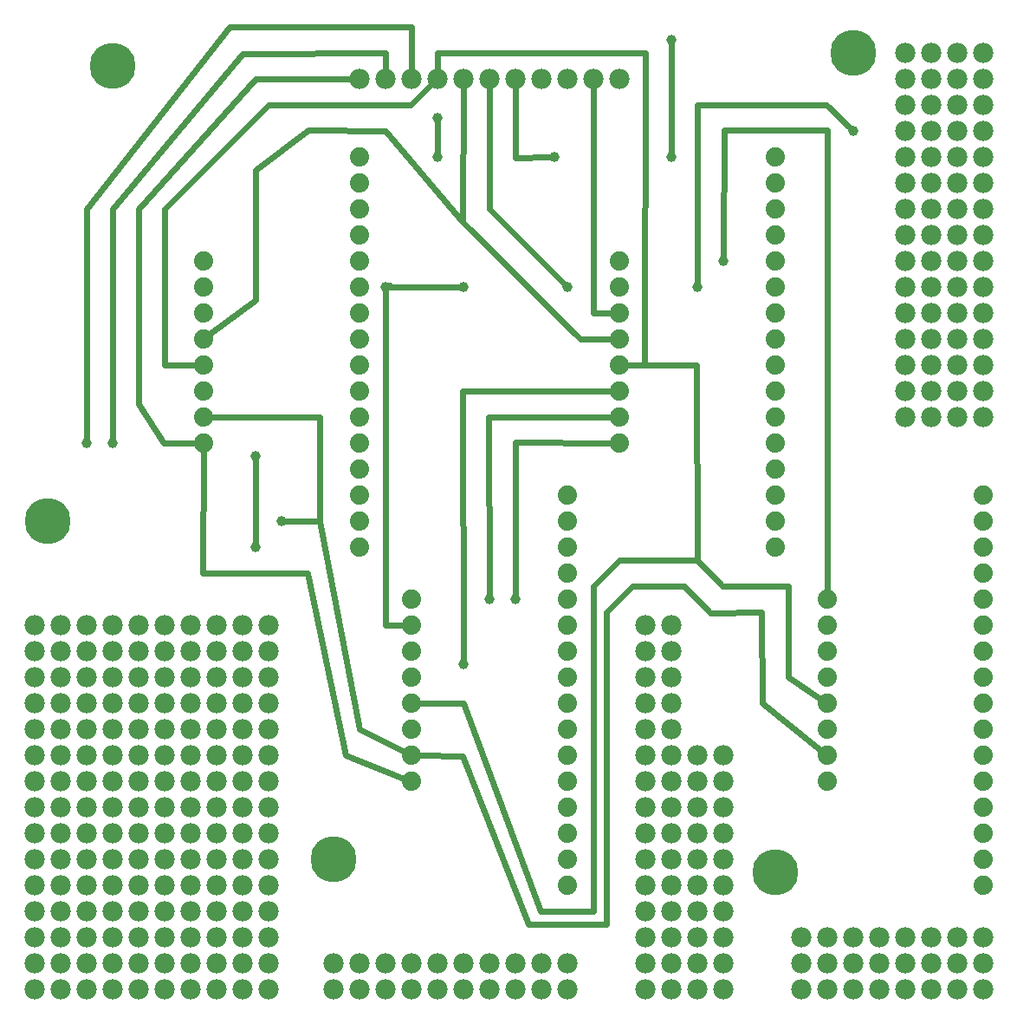
<source format=gtl>
G04 MADE WITH FRITZING*
G04 WWW.FRITZING.ORG*
G04 DOUBLE SIDED*
G04 HOLES PLATED*
G04 CONTOUR ON CENTER OF CONTOUR VECTOR*
%ASAXBY*%
%FSLAX23Y23*%
%MOIN*%
%OFA0B0*%
%SFA1.0B1.0*%
%ADD10C,0.078000*%
%ADD11C,0.074000*%
%ADD12C,0.039370*%
%ADD13C,0.177165*%
%ADD14C,0.024000*%
%LNCOPPER1*%
G90*
G70*
G54D10*
X1398Y3636D03*
X1498Y3636D03*
X1598Y3636D03*
X1698Y3636D03*
X1798Y3636D03*
X1898Y3636D03*
X1998Y3636D03*
X2098Y3636D03*
X2198Y3636D03*
X2298Y3636D03*
X2398Y3636D03*
G54D11*
X1398Y3336D03*
X1398Y3236D03*
X1398Y3136D03*
X1398Y3036D03*
X1398Y2936D03*
X1398Y2836D03*
X1398Y2736D03*
X1398Y2636D03*
X1398Y2536D03*
X1398Y2436D03*
X1398Y2336D03*
X1398Y2236D03*
X1398Y2136D03*
X1398Y2036D03*
X1398Y1936D03*
X1398Y1836D03*
X798Y2936D03*
X798Y2836D03*
X798Y2736D03*
X798Y2636D03*
X798Y2536D03*
X798Y2436D03*
X798Y2336D03*
X798Y2236D03*
X2198Y2036D03*
X2198Y1936D03*
X2198Y1836D03*
X2198Y1736D03*
X2198Y1636D03*
X2198Y1536D03*
X2198Y1436D03*
X2198Y1336D03*
X2198Y1236D03*
X2198Y1136D03*
X2198Y1036D03*
X2198Y936D03*
X2198Y836D03*
X2198Y736D03*
X2198Y636D03*
X2198Y536D03*
X1598Y1636D03*
X1598Y1536D03*
X1598Y1436D03*
X1598Y1336D03*
X1598Y1236D03*
X1598Y1136D03*
X1598Y1036D03*
X1598Y936D03*
X2998Y3336D03*
X2998Y3236D03*
X2998Y3136D03*
X2998Y3036D03*
X2998Y2936D03*
X2998Y2836D03*
X2998Y2736D03*
X2998Y2636D03*
X2998Y2536D03*
X2998Y2436D03*
X2998Y2336D03*
X2998Y2236D03*
X2998Y2136D03*
X2998Y2036D03*
X2998Y1936D03*
X2998Y1836D03*
X2398Y2936D03*
X2398Y2836D03*
X2398Y2736D03*
X2398Y2636D03*
X2398Y2536D03*
X2398Y2436D03*
X2398Y2336D03*
X2398Y2236D03*
G54D12*
X2198Y2836D03*
X1698Y3486D03*
X1698Y3336D03*
X1498Y2836D03*
X1798Y2836D03*
X3298Y3436D03*
X2698Y2836D03*
X2148Y3336D03*
X2598Y3786D03*
X2598Y3336D03*
X2798Y2936D03*
X1998Y1636D03*
X1098Y1936D03*
X448Y2236D03*
X1898Y1636D03*
X998Y2186D03*
X998Y1836D03*
X348Y2236D03*
X1798Y1386D03*
G54D10*
X348Y1536D03*
X348Y1436D03*
X348Y1336D03*
X348Y1236D03*
X348Y1136D03*
X348Y1036D03*
X348Y936D03*
X348Y836D03*
X348Y736D03*
X348Y636D03*
X348Y536D03*
X348Y436D03*
X348Y336D03*
X348Y236D03*
X348Y136D03*
X348Y1536D03*
X348Y1436D03*
X348Y1336D03*
X348Y1236D03*
X348Y1136D03*
X348Y1036D03*
X348Y936D03*
X348Y836D03*
X348Y736D03*
X348Y636D03*
X348Y536D03*
X348Y436D03*
X348Y336D03*
X348Y236D03*
X348Y136D03*
X448Y136D03*
X448Y236D03*
X448Y336D03*
X448Y436D03*
X448Y536D03*
X448Y636D03*
X448Y736D03*
X448Y836D03*
X448Y936D03*
X448Y1036D03*
X448Y1136D03*
X448Y1236D03*
X448Y1336D03*
X448Y1436D03*
X448Y1536D03*
X548Y1536D03*
X548Y1436D03*
X548Y1336D03*
X548Y1236D03*
X548Y1136D03*
X548Y1036D03*
X548Y936D03*
X548Y836D03*
X548Y736D03*
X548Y636D03*
X548Y536D03*
X548Y436D03*
X548Y336D03*
X548Y236D03*
X548Y136D03*
X548Y1536D03*
X548Y1436D03*
X548Y1336D03*
X548Y1236D03*
X548Y1136D03*
X548Y1036D03*
X548Y936D03*
X548Y836D03*
X548Y736D03*
X548Y636D03*
X548Y536D03*
X548Y436D03*
X548Y336D03*
X548Y236D03*
X548Y136D03*
X648Y136D03*
X648Y236D03*
X648Y336D03*
X648Y436D03*
X648Y536D03*
X648Y636D03*
X648Y736D03*
X648Y836D03*
X648Y936D03*
X648Y1036D03*
X648Y1136D03*
X648Y1236D03*
X648Y1336D03*
X648Y1436D03*
X648Y1536D03*
X748Y1536D03*
X748Y1436D03*
X748Y1336D03*
X748Y1236D03*
X748Y1136D03*
X748Y1036D03*
X748Y936D03*
X748Y836D03*
X748Y736D03*
X748Y636D03*
X748Y536D03*
X748Y436D03*
X748Y336D03*
X748Y236D03*
X748Y136D03*
X748Y1536D03*
X748Y1436D03*
X748Y1336D03*
X748Y1236D03*
X748Y1136D03*
X748Y1036D03*
X748Y936D03*
X748Y836D03*
X748Y736D03*
X748Y636D03*
X748Y536D03*
X748Y436D03*
X748Y336D03*
X748Y236D03*
X748Y136D03*
X848Y136D03*
X848Y236D03*
X848Y336D03*
X848Y436D03*
X848Y536D03*
X848Y636D03*
X848Y736D03*
X848Y836D03*
X848Y936D03*
X848Y1036D03*
X848Y1136D03*
X848Y1236D03*
X848Y1336D03*
X848Y1436D03*
X848Y1536D03*
X948Y1536D03*
X948Y1436D03*
X948Y1336D03*
X948Y1236D03*
X948Y1136D03*
X948Y1036D03*
X948Y936D03*
X948Y836D03*
X948Y736D03*
X948Y636D03*
X948Y536D03*
X948Y436D03*
X948Y336D03*
X948Y236D03*
X948Y136D03*
X948Y1536D03*
X948Y1436D03*
X948Y1336D03*
X948Y1236D03*
X948Y1136D03*
X948Y1036D03*
X948Y936D03*
X948Y836D03*
X948Y736D03*
X948Y636D03*
X948Y536D03*
X948Y436D03*
X948Y336D03*
X948Y236D03*
X948Y136D03*
X1048Y136D03*
X1048Y236D03*
X1048Y336D03*
X1048Y436D03*
X1048Y536D03*
X1048Y636D03*
X1048Y736D03*
X1048Y836D03*
X1048Y936D03*
X1048Y1036D03*
X1048Y1136D03*
X1048Y1236D03*
X1048Y1336D03*
X1048Y1436D03*
X1048Y1536D03*
X148Y1536D03*
X148Y1436D03*
X148Y1336D03*
X148Y1236D03*
X148Y1136D03*
X148Y1036D03*
X148Y936D03*
X148Y836D03*
X148Y736D03*
X148Y636D03*
X148Y536D03*
X148Y436D03*
X148Y336D03*
X148Y236D03*
X148Y136D03*
X148Y1536D03*
X148Y1436D03*
X148Y1336D03*
X148Y1236D03*
X148Y1136D03*
X148Y1036D03*
X148Y936D03*
X148Y836D03*
X148Y736D03*
X148Y636D03*
X148Y536D03*
X148Y436D03*
X148Y336D03*
X148Y236D03*
X148Y136D03*
X248Y136D03*
X248Y236D03*
X248Y336D03*
X248Y436D03*
X248Y536D03*
X248Y636D03*
X248Y736D03*
X248Y836D03*
X248Y936D03*
X248Y1036D03*
X248Y1136D03*
X248Y1236D03*
X248Y1336D03*
X248Y1436D03*
X248Y1536D03*
G54D11*
X3798Y2036D03*
X3798Y1936D03*
X3798Y1836D03*
X3798Y1736D03*
X3798Y1636D03*
X3798Y1536D03*
X3798Y1436D03*
X3798Y1336D03*
X3798Y1236D03*
X3798Y1136D03*
X3798Y1036D03*
X3798Y936D03*
X3798Y836D03*
X3798Y736D03*
X3798Y636D03*
X3798Y536D03*
X3198Y1636D03*
X3198Y1536D03*
X3198Y1436D03*
X3198Y1336D03*
X3198Y1236D03*
X3198Y1136D03*
X3198Y1036D03*
X3198Y936D03*
G54D13*
X1298Y636D03*
X198Y1936D03*
G54D10*
X2698Y1036D03*
X2698Y936D03*
X2698Y836D03*
X2698Y736D03*
X2698Y636D03*
X2698Y536D03*
X2698Y436D03*
X2698Y336D03*
X2698Y236D03*
X2698Y136D03*
X2698Y1036D03*
X2698Y936D03*
X2698Y836D03*
X2698Y736D03*
X2698Y636D03*
X2698Y536D03*
X2698Y436D03*
X2698Y336D03*
X2698Y236D03*
X2698Y136D03*
X2798Y136D03*
X2798Y236D03*
X2798Y336D03*
X2798Y436D03*
X2798Y536D03*
X2798Y636D03*
X2798Y736D03*
X2798Y836D03*
X2798Y936D03*
X2798Y1036D03*
X2498Y1536D03*
X2498Y1436D03*
X2498Y1336D03*
X2498Y1236D03*
X2498Y1136D03*
X2498Y1036D03*
X2498Y936D03*
X2498Y836D03*
X2498Y736D03*
X2498Y636D03*
X2498Y536D03*
X2498Y436D03*
X2498Y336D03*
X2498Y236D03*
X2498Y136D03*
X2498Y1536D03*
X2498Y1436D03*
X2498Y1336D03*
X2498Y1236D03*
X2498Y1136D03*
X2498Y1036D03*
X2498Y936D03*
X2498Y836D03*
X2498Y736D03*
X2498Y636D03*
X2498Y536D03*
X2498Y436D03*
X2498Y336D03*
X2498Y236D03*
X2498Y136D03*
X2598Y136D03*
X2598Y236D03*
X2598Y336D03*
X2598Y436D03*
X2598Y536D03*
X2598Y636D03*
X2598Y736D03*
X2598Y836D03*
X2598Y936D03*
X2598Y1036D03*
X2598Y1136D03*
X2598Y1236D03*
X2598Y1336D03*
X2598Y1436D03*
X2598Y1536D03*
X3098Y236D03*
X3198Y236D03*
X3298Y236D03*
X3398Y236D03*
X3498Y236D03*
X3598Y236D03*
X3698Y236D03*
X3798Y236D03*
X3098Y236D03*
X3198Y236D03*
X3298Y236D03*
X3398Y236D03*
X3498Y236D03*
X3598Y236D03*
X3698Y236D03*
X3798Y236D03*
X3798Y136D03*
X3698Y136D03*
X3598Y136D03*
X3498Y136D03*
X3398Y136D03*
X3298Y136D03*
X3198Y136D03*
X3098Y136D03*
X3098Y236D03*
X3198Y236D03*
X3298Y236D03*
X3398Y236D03*
X3498Y236D03*
X3598Y236D03*
X3698Y236D03*
X3798Y236D03*
X3098Y236D03*
X3198Y236D03*
X3298Y236D03*
X3398Y236D03*
X3498Y236D03*
X3598Y236D03*
X3698Y236D03*
X3798Y236D03*
X3798Y136D03*
X3698Y136D03*
X3598Y136D03*
X3498Y136D03*
X3398Y136D03*
X3298Y136D03*
X3198Y136D03*
X3098Y136D03*
X1298Y136D03*
X1398Y136D03*
X1498Y136D03*
X1598Y136D03*
X1698Y136D03*
X1798Y136D03*
X1898Y136D03*
X1998Y136D03*
X2098Y136D03*
X2198Y136D03*
X1298Y136D03*
X1398Y136D03*
X1498Y136D03*
X1598Y136D03*
X1698Y136D03*
X1798Y136D03*
X1898Y136D03*
X1998Y136D03*
X2098Y136D03*
X2198Y136D03*
X2198Y236D03*
X2098Y236D03*
X1998Y236D03*
X1898Y236D03*
X1798Y236D03*
X1698Y236D03*
X1598Y236D03*
X1498Y236D03*
X1398Y236D03*
X1298Y236D03*
X3098Y336D03*
X3198Y336D03*
X3298Y336D03*
X3398Y336D03*
X3498Y336D03*
X3598Y336D03*
X3698Y336D03*
X3798Y336D03*
X3098Y336D03*
X3198Y336D03*
X3298Y336D03*
X3398Y336D03*
X3498Y336D03*
X3598Y336D03*
X3698Y336D03*
X3798Y336D03*
X3498Y3736D03*
X3498Y3636D03*
X3498Y3536D03*
X3498Y3436D03*
X3498Y3336D03*
X3498Y3236D03*
X3498Y3136D03*
X3498Y3036D03*
X3498Y2936D03*
X3498Y2836D03*
X3498Y2736D03*
X3498Y2636D03*
X3498Y2536D03*
X3498Y2436D03*
X3498Y2336D03*
X3498Y3736D03*
X3498Y3636D03*
X3498Y3536D03*
X3498Y3436D03*
X3498Y3336D03*
X3498Y3236D03*
X3498Y3136D03*
X3498Y3036D03*
X3498Y2936D03*
X3498Y2836D03*
X3498Y2736D03*
X3498Y2636D03*
X3498Y2536D03*
X3498Y2436D03*
X3498Y2336D03*
X3598Y2336D03*
X3598Y2436D03*
X3598Y2536D03*
X3598Y2636D03*
X3598Y2736D03*
X3598Y2836D03*
X3598Y2936D03*
X3598Y3036D03*
X3598Y3136D03*
X3598Y3236D03*
X3598Y3336D03*
X3598Y3436D03*
X3598Y3536D03*
X3598Y3636D03*
X3598Y3736D03*
X3698Y3736D03*
X3698Y3636D03*
X3698Y3536D03*
X3698Y3436D03*
X3698Y3336D03*
X3698Y3236D03*
X3698Y3136D03*
X3698Y3036D03*
X3698Y2936D03*
X3698Y2836D03*
X3698Y2736D03*
X3698Y2636D03*
X3698Y2536D03*
X3698Y2436D03*
X3698Y2336D03*
X3698Y3736D03*
X3698Y3636D03*
X3698Y3536D03*
X3698Y3436D03*
X3698Y3336D03*
X3698Y3236D03*
X3698Y3136D03*
X3698Y3036D03*
X3698Y2936D03*
X3698Y2836D03*
X3698Y2736D03*
X3698Y2636D03*
X3698Y2536D03*
X3698Y2436D03*
X3698Y2336D03*
X3798Y2336D03*
X3798Y2436D03*
X3798Y2536D03*
X3798Y2636D03*
X3798Y2736D03*
X3798Y2836D03*
X3798Y2936D03*
X3798Y3036D03*
X3798Y3136D03*
X3798Y3236D03*
X3798Y3336D03*
X3798Y3436D03*
X3798Y3536D03*
X3798Y3636D03*
X3798Y3736D03*
G54D13*
X2998Y586D03*
X448Y3686D03*
X3298Y3736D03*
G54D14*
X2298Y3606D02*
X2298Y2736D01*
D02*
X2298Y2736D02*
X2367Y2736D01*
D02*
X1798Y3606D02*
X1796Y3087D01*
D02*
X1796Y3087D02*
X2250Y2636D01*
D02*
X2250Y2636D02*
X2367Y2636D01*
D02*
X999Y2788D02*
X999Y3285D01*
D02*
X823Y2655D02*
X999Y2788D01*
D02*
X1201Y3439D02*
X1499Y3436D01*
D02*
X999Y3285D02*
X1201Y3439D01*
D02*
X1499Y3436D02*
X1796Y3087D01*
D02*
X1698Y3666D02*
X1699Y3736D01*
D02*
X1699Y3736D02*
X2498Y3736D01*
D02*
X2498Y3736D02*
X2497Y2537D01*
D02*
X2497Y2537D02*
X2449Y2537D01*
D02*
X2449Y2537D02*
X2429Y2537D01*
D02*
X767Y2536D02*
X648Y2536D01*
D02*
X648Y2536D02*
X648Y3137D01*
D02*
X648Y3137D02*
X1048Y3537D01*
D02*
X1048Y3537D02*
X1597Y3536D01*
D02*
X1597Y3536D02*
X1677Y3615D01*
D02*
X3173Y1253D02*
X3049Y1337D01*
D02*
X2797Y1688D02*
X2699Y1788D01*
D02*
X3049Y1688D02*
X2797Y1688D01*
D02*
X3049Y1337D02*
X3049Y1688D01*
D02*
X2699Y1788D02*
X2697Y2537D01*
D02*
X2697Y2537D02*
X2429Y2536D01*
D02*
X1629Y1236D02*
X1800Y1237D01*
D02*
X1800Y1237D02*
X2097Y435D01*
D02*
X2097Y435D02*
X2300Y435D01*
D02*
X2299Y1687D02*
X2398Y1786D01*
D02*
X2398Y1786D02*
X2699Y1788D01*
D02*
X2300Y435D02*
X2299Y1687D01*
D02*
X1898Y3606D02*
X1898Y3137D01*
D02*
X1898Y3137D02*
X2185Y2849D01*
D02*
X1698Y3467D02*
X1698Y3355D01*
D02*
X1516Y2842D02*
X1499Y2836D01*
D02*
X1499Y2836D02*
X1779Y2836D01*
D02*
X3197Y3537D02*
X2698Y3536D01*
D02*
X3285Y3449D02*
X3197Y3537D01*
D02*
X2698Y3536D02*
X2698Y2855D01*
D02*
X1499Y1536D02*
X1499Y2836D01*
D02*
X1567Y1536D02*
X1499Y1536D01*
D02*
X1998Y3334D02*
X1998Y3606D01*
D02*
X2129Y3336D02*
X1998Y3334D01*
D02*
X2598Y3767D02*
X2598Y3355D01*
D02*
X3198Y1667D02*
X3199Y3439D01*
D02*
X3199Y3439D02*
X2802Y3439D01*
D02*
X2802Y3439D02*
X2798Y2955D01*
D02*
X767Y2236D02*
X647Y2235D01*
D02*
X647Y2235D02*
X549Y2385D01*
D02*
X549Y2385D02*
X550Y3137D01*
D02*
X550Y3137D02*
X999Y3635D01*
D02*
X999Y3635D02*
X1368Y3636D01*
D02*
X1347Y1037D02*
X1199Y1735D01*
D02*
X1199Y1735D02*
X797Y1736D01*
D02*
X1569Y948D02*
X1347Y1037D01*
D02*
X797Y1736D02*
X798Y2205D01*
D02*
X2367Y2236D02*
X2000Y2239D01*
D02*
X2000Y2239D02*
X1998Y1655D01*
D02*
X829Y2336D02*
X1247Y2336D01*
D02*
X1247Y2336D02*
X1247Y1936D01*
D02*
X1247Y1936D02*
X1117Y1936D01*
D02*
X448Y2255D02*
X448Y3137D01*
D02*
X448Y3137D02*
X950Y3734D01*
D02*
X950Y3734D02*
X1499Y3736D01*
D02*
X1499Y3736D02*
X1498Y3666D01*
D02*
X1571Y1050D02*
X1398Y1136D01*
D02*
X1398Y1136D02*
X1247Y1936D01*
D02*
X2367Y2336D02*
X1897Y2335D01*
D02*
X1897Y2335D02*
X1898Y1655D01*
D02*
X2450Y1688D02*
X2349Y1585D01*
D02*
X2650Y1688D02*
X2450Y1688D01*
D02*
X2750Y1584D02*
X2650Y1688D01*
D02*
X2949Y1237D02*
X2947Y1585D01*
D02*
X3174Y1056D02*
X2949Y1237D01*
D02*
X2349Y1585D02*
X2349Y386D01*
D02*
X2947Y1585D02*
X2750Y1584D01*
D02*
X2349Y386D02*
X2050Y386D01*
D02*
X2050Y386D02*
X1797Y1033D01*
D02*
X1797Y1033D02*
X1629Y1036D01*
D02*
X998Y2167D02*
X998Y1855D01*
D02*
X348Y2255D02*
X350Y3137D01*
D02*
X350Y3137D02*
X898Y3835D01*
D02*
X898Y3835D02*
X1598Y3835D01*
D02*
X1598Y3835D02*
X1598Y3666D01*
D02*
X2367Y2436D02*
X1796Y2435D01*
D02*
X1796Y2435D02*
X1798Y1405D01*
G04 End of Copper1*
M02*
</source>
